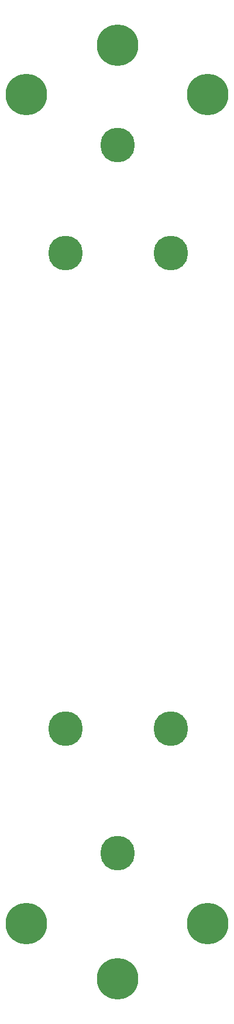
<source format=gtl>
G04 Layer: TopLayer*
G04 Panelize: , Column: 8, Row: 1, Board Size: 35.56mm x 144.78mm, Panelized Board Size: 298.48mm x 144.78mm*
G04 EasyEDA v6.5.34, 2023-08-21 18:11:39*
G04 4c940eb476364c56bb82817bb8ce7c05,5a6b42c53f6a479593ecc07194224c93,10*
G04 Gerber Generator version 0.2*
G04 Scale: 100 percent, Rotated: No, Reflected: No *
G04 Dimensions in millimeters *
G04 leading zeros omitted , absolute positions ,4 integer and 5 decimal *
%FSLAX45Y45*%
%MOMM*%

%ADD10C,5.0000*%
%ADD11C,5.9900*%

%LPD*%
D10*
G01*
X1003300Y1511300D03*
D11*
G01*
X2311400Y495300D03*
G01*
X1003300Y-304800D03*
G01*
X-317500Y495300D03*
G01*
X-317500Y12446000D03*
G01*
X2311400Y12446000D03*
G01*
X1003300Y13157200D03*
D10*
G01*
X254000Y3302000D03*
G01*
X1778000Y3302000D03*
G01*
X254000Y10160000D03*
G01*
X1778000Y10160000D03*
G01*
X1003300Y11721998D03*
M02*

</source>
